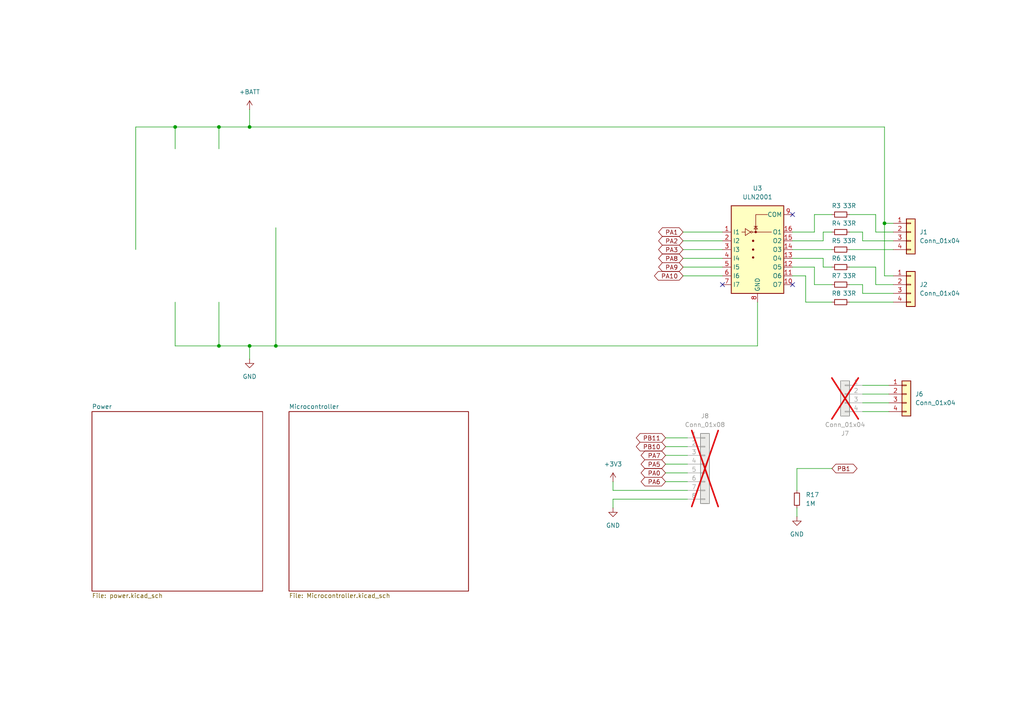
<source format=kicad_sch>
(kicad_sch (version 20231120) (generator "eeschema") (generator_version "8.0")
  (paper "A4")
  (lib_symbols
    (symbol "Connector_Generic:Conn_01x04" (pin_names (offset 1.016) hide)
      (property "Reference" "J" (at 0 5.08 0))
      (property "Value" "Conn_01x04" (at 0 -7.62 0))
      (symbol "Conn_01x04_1_1"
        (rectangle (start -1.27 -4.953) (end 0 -5.207) (stroke (width 0.1524)))
        (rectangle (start -1.27 -2.413) (end 0 -2.667) (stroke (width 0.1524)))
        (rectangle (start -1.27 0.127) (end 0 -0.127) (stroke (width 0.1524)))
        (rectangle (start -1.27 2.667) (end 0 2.413) (stroke (width 0.1524)))
        (rectangle (start -1.27 3.81) (end 1.27 -6.35) (stroke (width 0.254)) (fill (type background)))
        (pin passive line (at -5.08 2.54 0) (length 3.81) (name "Pin_1") (number "1"))
        (pin passive line (at -5.08 0 0) (length 3.81) (name "Pin_2") (number "2"))
        (pin passive line (at -5.08 -2.54 0) (length 3.81) (name "Pin_3") (number "3"))
        (pin passive line (at -5.08 -5.08 0) (length 3.81) (name "Pin_4") (number "4"))
      )
    )
    (symbol "Connector_Generic:Conn_01x08" (pin_names (offset 1.016) hide)
      (property "Reference" "J" (at 0 10.16 0))
      (property "Value" "Conn_01x08" (at 0 -12.7 0))
      (symbol "Conn_01x08_1_1"
        (rectangle (start -1.27 -10.033) (end 0 -10.287) (stroke (width 0.1524)))
        (rectangle (start -1.27 -7.493) (end 0 -7.747) (stroke (width 0.1524)))
        (rectangle (start -1.27 -4.953) (end 0 -5.207) (stroke (width 0.1524)))
        (rectangle (start -1.27 -2.413) (end 0 -2.667) (stroke (width 0.1524)))
        (rectangle (start -1.27 0.127) (end 0 -0.127) (stroke (width 0.1524)))
        (rectangle (start -1.27 2.667) (end 0 2.413) (stroke (width 0.1524)))
        (rectangle (start -1.27 5.207) (end 0 4.953) (stroke (width 0.1524)))
        (rectangle (start -1.27 7.747) (end 0 7.493) (stroke (width 0.1524)))
        (rectangle (start -1.27 8.89) (end 1.27 -11.43) (stroke (width 0.254)) (fill (type background)))
        (pin passive line (at -5.08 7.62 0) (length 3.81) (name "Pin_1") (number "1"))
        (pin passive line (at -5.08 5.08 0) (length 3.81) (name "Pin_2") (number "2"))
        (pin passive line (at -5.08 2.54 0) (length 3.81) (name "Pin_3") (number "3"))
        (pin passive line (at -5.08 0 0) (length 3.81) (name "Pin_4") (number "4"))
        (pin passive line (at -5.08 -2.54 0) (length 3.81) (name "Pin_5") (number "5"))
        (pin passive line (at -5.08 -5.08 0) (length 3.81) (name "Pin_6") (number "6"))
        (pin passive line (at -5.08 -7.62 0) (length 3.81) (name "Pin_7") (number "7"))
        (pin passive line (at -5.08 -10.16 0) (length 3.81) (name "Pin_8") (number "8"))
      )
    )
    (symbol "Device:R_Small" (pin_numbers hide) (pin_names (offset 0.254) hide)
      (property "Reference" "R" (at 0.762 0.508 0))
      (property "Value" "R_Small" (at 0.762 -1.016 0))
      (symbol "R_Small_0_1"
        (rectangle (start -0.762 1.778) (end 0.762 -1.778) (stroke (width 0.2032)))
      )
      (symbol "R_Small_1_1"
        (pin passive line (at 0 2.54 270) (length 0.762) (name "~") (number "1"))
        (pin passive line (at 0 -2.54 90) (length 0.762) (name "~") (number "2"))
      )
    )
    (symbol "Transistor_Array:ULN2002"
      (property "Reference" "U" (at 0 15.875 0))
      (property "Value" "ULN2002" (at 0 13.97 0))
      (symbol "ULN2002_0_1"
        (rectangle (start -7.62 -12.7) (end 7.62 12.7) (stroke (width 0.254)) (fill (type background)))
        (circle (center -1.778 5.08) (radius 0.254))
        (circle (center -1.27 -2.286) (radius 0.254) (fill (type outline)))
        (circle (center -1.27 0) (radius 0.254) (fill (type outline)))
        (circle (center -1.27 2.54) (radius 0.254) (fill (type outline)))
        (circle (center -0.508 5.08) (radius 0.254) (fill (type outline)))
        (polyline (pts (xy -4.572 5.08) (xy -3.556 5.08)))
        (polyline (pts (xy -1.524 5.08) (xy 4.064 5.08)))
        (polyline (pts (xy 0 6.731) (xy -1.016 6.731)))
        (polyline (pts (xy -0.508 5.08) (xy -0.508 10.16) (xy 2.921 10.16)))
        (polyline (pts (xy -3.556 6.096) (xy -3.556 4.064) (xy -2.032 5.08) (xy -3.556 6.096)))
        (polyline (pts (xy 0 5.969) (xy -1.016 5.969) (xy -0.508 6.731) (xy 0 5.969)))
      )
      (symbol "ULN2002_1_1"
        (pin input line (at -10.16 5.08 0) (length 2.54) (name "I1") (number "1"))
        (pin open_collector line (at 10.16 -10.16 180) (length 2.54) (name "O7") (number "10"))
        (pin open_collector line (at 10.16 -7.62 180) (length 2.54) (name "O6") (number "11"))
        (pin open_collector line (at 10.16 -5.08 180) (length 2.54) (name "O5") (number "12"))
        (pin open_collector line (at 10.16 -2.54 180) (length 2.54) (name "O4") (number "13"))
        (pin open_collector line (at 10.16 0 180) (length 2.54) (name "O3") (number "14"))
        (pin open_collector line (at 10.16 2.54 180) (length 2.54) (name "O2") (number "15"))
        (pin open_collector line (at 10.16 5.08 180) (length 2.54) (name "O1") (number "16"))
        (pin input line (at -10.16 2.54 0) (length 2.54) (name "I2") (number "2"))
        (pin input line (at -10.16 0 0) (length 2.54) (name "I3") (number "3"))
        (pin input line (at -10.16 -2.54 0) (length 2.54) (name "I4") (number "4"))
        (pin input line (at -10.16 -5.08 0) (length 2.54) (name "I5") (number "5"))
        (pin input line (at -10.16 -7.62 0) (length 2.54) (name "I6") (number "6"))
        (pin input line (at -10.16 -10.16 0) (length 2.54) (name "I7") (number "7"))
        (pin power_in line (at 0 -15.24 90) (length 2.54) (name "GND") (number "8"))
        (pin passive line (at 10.16 10.16 180) (length 2.54) (name "COM") (number "9"))
      )
    )
    (symbol "power:+3V3" (power) (pin_numbers hide) (pin_names (offset 0) hide)
      (property "Value" "+3V3" (at 0 3.556 0))
      (symbol "+3V3_0_1"
        (polyline (pts (xy -0.762 1.27) (xy 0 2.54)))
        (polyline (pts (xy 0 0) (xy 0 2.54)))
        (polyline (pts (xy 0 2.54) (xy 0.762 1.27)))
      )
      (symbol "+3V3_1_1"
        (pin power_in line (at 0 0 90) (length 0) (name "~") (number "1"))
      )
    )
    (symbol "power:+BATT" (power) (pin_numbers hide) (pin_names (offset 0) hide)
      (property "Value" "+BATT" (at 0 3.556 0))
      (symbol "+BATT_0_1"
        (polyline (pts (xy -0.762 1.27) (xy 0 2.54)))
        (polyline (pts (xy 0 0) (xy 0 2.54)))
        (polyline (pts (xy 0 2.54) (xy 0.762 1.27)))
      )
      (symbol "+BATT_1_1"
        (pin power_in line (at 0 0 90) (length 0) (name "~") (number "1"))
      )
    )
    (symbol "power:GND" (power) (pin_numbers hide) (pin_names (offset 0) hide)
      (property "Value" "GND" (at 0 -3.81 0))
      (symbol "GND_0_1"
        (polyline (pts (xy 0 0) (xy 0 -1.27) (xy 1.27 -1.27) (xy 0 -2.54) (xy -1.27 -1.27) (xy 0 -1.27)))
      )
      (symbol "GND_1_1"
        (pin power_in line (at 0 0 270) (length 0) (name "~") (number "1"))
      )
    )
  )
  (junction (at 63.5 36.83))
  (junction (at 80.01 100.33))
  (junction (at 63.5 100.33))
  (junction (at 50.8 36.83))
  (junction (at 72.39 36.83))
  (junction (at 72.39 100.33))
  (junction (at 256.54 64.77))
  (no_connect (at 229.87 82.55))
  (no_connect (at 229.87 62.23))
  (no_connect (at 209.55 82.55))
  (wire (pts (xy 177.8 147.32) (xy 177.8 144.78)))
  (wire (pts (xy 193.04 132.08) (xy 199.39 132.08)))
  (wire (pts (xy 254 67.31) (xy 259.08 67.31)))
  (wire (pts (xy 259.08 64.77) (xy 256.54 64.77)))
  (wire (pts (xy 229.87 72.39) (xy 241.3 72.39)))
  (wire (pts (xy 250.19 114.3) (xy 257.81 114.3)))
  (wire (pts (xy 241.3 67.31) (xy 238.76 67.31)))
  (wire (pts (xy 238.76 74.93) (xy 238.76 77.47)))
  (wire (pts (xy 246.38 62.23) (xy 254 62.23)))
  (wire (pts (xy 254 77.47) (xy 254 82.55)))
  (wire (pts (xy 256.54 64.77) (xy 256.54 36.83)))
  (wire (pts (xy 229.87 77.47) (xy 236.22 77.47)))
  (wire (pts (xy 236.22 82.55) (xy 241.3 82.55)))
  (wire (pts (xy 193.04 137.16) (xy 199.39 137.16)))
  (wire (pts (xy 177.8 142.24) (xy 177.8 139.7)))
  (wire (pts (xy 50.8 87.63) (xy 50.8 100.33)))
  (wire (pts (xy 80.01 66.04) (xy 80.01 100.33)))
  (wire (pts (xy 233.68 87.63) (xy 241.3 87.63)))
  (wire (pts (xy 72.39 36.83) (xy 72.39 31.75)))
  (wire (pts (xy 254 82.55) (xy 259.08 82.55)))
  (wire (pts (xy 246.38 72.39) (xy 259.08 72.39)))
  (wire (pts (xy 229.87 80.01) (xy 233.68 80.01)))
  (wire (pts (xy 250.19 82.55) (xy 250.19 85.09)))
  (wire (pts (xy 231.14 135.89) (xy 231.14 142.24)))
  (wire (pts (xy 193.04 134.62) (xy 199.39 134.62)))
  (wire (pts (xy 50.8 100.33) (xy 63.5 100.33)))
  (wire (pts (xy 250.19 69.85) (xy 259.08 69.85)))
  (wire (pts (xy 231.14 147.32) (xy 231.14 149.86)))
  (wire (pts (xy 39.37 36.83) (xy 50.8 36.83)))
  (wire (pts (xy 238.76 67.31) (xy 238.76 69.85)))
  (wire (pts (xy 241.3 135.89) (xy 231.14 135.89)))
  (wire (pts (xy 50.8 36.83) (xy 50.8 43.18)))
  (wire (pts (xy 256.54 80.01) (xy 256.54 64.77)))
  (wire (pts (xy 63.5 87.63) (xy 63.5 100.33)))
  (wire (pts (xy 63.5 36.83) (xy 72.39 36.83)))
  (wire (pts (xy 254 62.23) (xy 254 67.31)))
  (wire (pts (xy 246.38 67.31) (xy 250.19 67.31)))
  (wire (pts (xy 259.08 80.01) (xy 256.54 80.01)))
  (wire (pts (xy 198.12 80.01) (xy 209.55 80.01)))
  (wire (pts (xy 233.68 80.01) (xy 233.68 87.63)))
  (wire (pts (xy 250.19 85.09) (xy 259.08 85.09)))
  (wire (pts (xy 72.39 36.83) (xy 256.54 36.83)))
  (wire (pts (xy 246.38 77.47) (xy 254 77.47)))
  (wire (pts (xy 198.12 72.39) (xy 209.55 72.39)))
  (wire (pts (xy 198.12 74.93) (xy 209.55 74.93)))
  (wire (pts (xy 80.01 100.33) (xy 219.71 100.33)))
  (wire (pts (xy 250.19 111.76) (xy 257.81 111.76)))
  (wire (pts (xy 241.3 62.23) (xy 236.22 62.23)))
  (wire (pts (xy 72.39 100.33) (xy 80.01 100.33)))
  (wire (pts (xy 246.38 82.55) (xy 250.19 82.55)))
  (wire (pts (xy 39.37 72.39) (xy 39.37 36.83)))
  (wire (pts (xy 229.87 74.93) (xy 238.76 74.93)))
  (wire (pts (xy 250.19 67.31) (xy 250.19 69.85)))
  (wire (pts (xy 193.04 139.7) (xy 199.39 139.7)))
  (wire (pts (xy 236.22 77.47) (xy 236.22 82.55)))
  (wire (pts (xy 193.04 127) (xy 199.39 127)))
  (wire (pts (xy 63.5 36.83) (xy 63.5 43.18)))
  (wire (pts (xy 63.5 100.33) (xy 72.39 100.33)))
  (wire (pts (xy 238.76 77.47) (xy 241.3 77.47)))
  (wire (pts (xy 177.8 144.78) (xy 199.39 144.78)))
  (wire (pts (xy 72.39 104.14) (xy 72.39 100.33)))
  (wire (pts (xy 198.12 69.85) (xy 209.55 69.85)))
  (wire (pts (xy 219.71 87.63) (xy 219.71 100.33)))
  (wire (pts (xy 229.87 69.85) (xy 238.76 69.85)))
  (wire (pts (xy 246.38 87.63) (xy 259.08 87.63)))
  (wire (pts (xy 250.19 119.38) (xy 257.81 119.38)))
  (wire (pts (xy 193.04 129.54) (xy 199.39 129.54)))
  (wire (pts (xy 236.22 62.23) (xy 236.22 67.31)))
  (wire (pts (xy 199.39 142.24) (xy 177.8 142.24)))
  (wire (pts (xy 198.12 67.31) (xy 209.55 67.31)))
  (wire (pts (xy 198.12 77.47) (xy 209.55 77.47)))
  (wire (pts (xy 50.8 36.83) (xy 63.5 36.83)))
  (wire (pts (xy 229.87 67.31) (xy 236.22 67.31)))
  (wire (pts (xy 250.19 116.84) (xy 257.81 116.84)))
  (global_label "PA9" (shape bidirectional) (at 198.12 77.47 180) (property "Intersheetrefs" "${INTERSHEET_REFS}" (effects (hide yes))))
  (global_label "PB11" (shape bidirectional) (at 193.04 127 180) (property "Intersheetrefs" "${INTERSHEET_REFS}" (effects (hide yes))))
  (global_label "PA6" (shape bidirectional) (at 193.04 139.7 180) (property "Intersheetrefs" "${INTERSHEET_REFS}" (effects (hide yes))))
  (global_label "PA2" (shape bidirectional) (at 198.12 69.85 180) (property "Intersheetrefs" "${INTERSHEET_REFS}" (effects (hide yes))))
  (global_label "PA0" (shape bidirectional) (at 193.04 137.16 180) (property "Intersheetrefs" "${INTERSHEET_REFS}" (effects (hide yes))))
  (global_label "PA8" (shape bidirectional) (at 198.12 74.93 180) (property "Intersheetrefs" "${INTERSHEET_REFS}" (effects (hide yes))))
  (global_label "PA10" (shape bidirectional) (at 198.12 80.01 180) (property "Intersheetrefs" "${INTERSHEET_REFS}" (effects (hide yes))))
  (global_label "PA1" (shape bidirectional) (at 198.12 67.31 180) (property "Intersheetrefs" "${INTERSHEET_REFS}" (effects (hide yes))))
  (global_label "PB10" (shape bidirectional) (at 193.04 129.54 180) (property "Intersheetrefs" "${INTERSHEET_REFS}" (effects (hide yes))))
  (global_label "PA3" (shape bidirectional) (at 198.12 72.39 180) (property "Intersheetrefs" "${INTERSHEET_REFS}" (effects (hide yes))))
  (global_label "PA5" (shape bidirectional) (at 193.04 134.62 180) (property "Intersheetrefs" "${INTERSHEET_REFS}" (effects (hide yes))))
  (global_label "PB1" (shape bidirectional) (at 241.3 135.89 0) (property "Intersheetrefs" "${INTERSHEET_REFS}" (effects (hide yes))))
  (global_label "PA7" (shape bidirectional) (at 193.04 132.08 180) (property "Intersheetrefs" "${INTERSHEET_REFS}" (effects (hide yes))))
  (symbol (lib_id "Device:R_Small") (at 243.84 67.31 90) (unit 1)
    (property "Reference" "R4" (at 242.57 64.77 90))
    (property "Value" "33R" (at 246.38 64.77 90))
    (property "Footprint" "Resistor_SMD:R_0603_1608Metric" (effects (hide yes)))
    (property "Description" "Resistor, small symbol" (effects (hide yes)))
  )
  (symbol (lib_id "power:GND") (at 231.14 149.86 0) (unit 1)
    (property "Reference" "#PWR8" (effects (hide yes)))
    (property "Value" "GND" (at 231.14 154.94 0))
    (property "Description" "Power symbol creates a global label with name \"GND\" , ground" (effects (hide yes)))
  )
  (symbol (lib_id "power:+BATT") (at 72.39 31.75 0) (unit 1)
    (property "Reference" "#PWR1" (effects (hide yes)))
    (property "Value" "+BATT" (at 72.39 26.67 0))
    (property "Description" "Power symbol creates a global label with name \"+BATT\"" (effects (hide yes)))
  )
  (symbol (lib_id "power:GND") (at 177.8 147.32 0) (unit 1)
    (property "Reference" "#PWR14" (effects (hide yes)))
    (property "Value" "GND" (at 177.8 152.4 0))
    (property "Description" "Power symbol creates a global label with name \"GND\" , ground" (effects (hide yes)))
  )
  (symbol (lib_id "Connector_Generic:Conn_01x04") (at 245.11 114.3 0) (mirror y) (unit 1) (in_bom no) (dnp yes)
    (property "Reference" "J7" (at 245.11 125.73 0))
    (property "Value" "Conn_01x04" (at 245.11 123.19 0))
    (property "Footprint" "Connector_PinSocket_2.54mm:PinSocket_1x04_P2.54mm_Vertical" (effects (hide yes)))
    (property "Description" "Generic connector, single row, 01x04, script generated (kicad-library-utils/schlib/autogen/connector/)" (effects (hide yes)))
  )
  (symbol (lib_id "Transistor_Array:ULN2002") (at 219.71 72.39 0) (unit 1)
    (property "Reference" "U3" (at 219.71 54.61 0))
    (property "Value" "ULN2001" (at 219.71 57.15 0))
    (property "Footprint" "Package_SO:SOIC-16_3.9x9.9mm_P1.27mm" (effects (hide yes)))
    (property "Datasheet" "http://www.ti.com/lit/ds/symlink/uln2003a.pdf" (effects (hide yes)))
    (property "Description" "High Voltage, High Current Darlington Transistor Arrays, SOIC16/SOIC16W/DIP16/TSSOP16" (effects (hide yes)))
    (property "LCSC" "C165966" (effects (hide yes)))
  )
  (symbol (lib_id "Device:R_Small") (at 231.14 144.78 0) (unit 1)
    (property "Reference" "R17" (at 233.68 143.5099 0) (effects (justify left)))
    (property "Value" "1M" (at 233.68 146.0499 0) (effects (justify left)))
    (property "Footprint" "Resistor_SMD:R_0402_1005Metric" (effects (hide yes)))
    (property "Description" "Resistor, small symbol" (effects (hide yes)))
  )
  (symbol (lib_id "Connector_Generic:Conn_01x04") (at 264.16 82.55 0) (unit 1)
    (property "Reference" "J2" (at 266.7 82.5499 0) (effects (justify left)))
    (property "Value" "Conn_01x04" (at 266.7 85.0899 0) (effects (justify left)))
    (property "Footprint" "MagneticPogoPinConnector:MagneticPogoPinConnector_1x04_P2.54mm_Horizontal" (effects (hide yes)))
    (property "Description" "Generic connector, single row, 01x04, script generated (kicad-library-utils/schlib/autogen/connector/)" (effects (hide yes)))
  )
  (symbol (lib_id "Connector_Generic:Conn_01x08") (at 204.47 134.62 0) (unit 1) (in_bom no) (dnp yes)
    (property "Reference" "J8" (at 204.47 120.65 0))
    (property "Value" "Conn_01x08" (at 204.47 123.19 0))
    (property "Footprint" "Connector_PinSocket_2.54mm:PinSocket_1x08_P2.54mm_Vertical" (effects (hide yes)))
    (property "Description" "Generic connector, single row, 01x08, script generated (kicad-library-utils/schlib/autogen/connector/)" (effects (hide yes)))
  )
  (symbol (lib_id "power:GND") (at 72.39 104.14 0) (unit 1)
    (property "Reference" "#PWR2" (effects (hide yes)))
    (property "Value" "GND" (at 72.39 109.22 0))
    (property "Description" "Power symbol creates a global label with name \"GND\" , ground" (effects (hide yes)))
  )
  (symbol (lib_id "Device:R_Small") (at 243.84 77.47 90) (unit 1)
    (property "Reference" "R6" (at 242.57 74.93 90))
    (property "Value" "33R" (at 246.38 74.93 90))
    (property "Footprint" "Resistor_SMD:R_0603_1608Metric" (effects (hide yes)))
    (property "Description" "Resistor, small symbol" (effects (hide yes)))
  )
  (symbol (lib_id "Device:R_Small") (at 243.84 87.63 90) (unit 1)
    (property "Reference" "R8" (at 242.57 85.09 90))
    (property "Value" "33R" (at 246.38 85.09 90))
    (property "Footprint" "Resistor_SMD:R_0603_1608Metric" (effects (hide yes)))
    (property "Description" "Resistor, small symbol" (effects (hide yes)))
  )
  (symbol (lib_id "Connector_Generic:Conn_01x04") (at 262.89 114.3 0) (unit 1)
    (property "Reference" "J6" (at 265.43 114.2999 0) (effects (justify left)))
    (property "Value" "Conn_01x04" (at 265.43 116.8399 0) (effects (justify left)))
    (property "Footprint" "MagneticPogoPinConnector:MagneticPogoPinConnector_1x04_P2.54mm_Horizontal" (effects (hide yes)))
    (property "Description" "Generic connector, single row, 01x04, script generated (kicad-library-utils/schlib/autogen/connector/)" (effects (hide yes)))
  )
  (symbol (lib_id "power:+3V3") (at 177.8 139.7 0) (unit 1)
    (property "Reference" "#PWR13" (effects (hide yes)))
    (property "Value" "+3V3" (at 177.8 134.62 0))
    (property "Description" "Power symbol creates a global label with name \"+3V3\"" (effects (hide yes)))
  )
  (symbol (lib_id "Device:R_Small") (at 243.84 62.23 90) (unit 1)
    (property "Reference" "R3" (at 242.57 59.69 90))
    (property "Value" "33R" (at 246.38 59.69 90))
    (property "Footprint" "Resistor_SMD:R_0603_1608Metric" (effects (hide yes)))
    (property "Description" "Resistor, small symbol" (effects (hide yes)))
  )
  (symbol (lib_id "Device:R_Small") (at 243.84 82.55 90) (unit 1)
    (property "Reference" "R7" (at 242.57 80.01 90))
    (property "Value" "33R" (at 246.38 80.01 90))
    (property "Footprint" "Resistor_SMD:R_0603_1608Metric" (effects (hide yes)))
    (property "Description" "Resistor, small symbol" (effects (hide yes)))
  )
  (symbol (lib_id "Device:R_Small") (at 243.84 72.39 90) (unit 1)
    (property "Reference" "R5" (at 242.57 69.85 90))
    (property "Value" "33R" (at 246.38 69.85 90))
    (property "Footprint" "Resistor_SMD:R_0603_1608Metric" (effects (hide yes)))
    (property "Description" "Resistor, small symbol" (effects (hide yes)))
  )
  (symbol (lib_id "Connector_Generic:Conn_01x04") (at 264.16 67.31 0) (unit 1)
    (property "Reference" "J1" (at 266.7 67.3099 0) (effects (justify left)))
    (property "Value" "Conn_01x04" (at 266.7 69.8499 0) (effects (justify left)))
    (property "Footprint" "MagneticPogoPinConnector:MagneticPogoPinConnector_1x04_P2.54mm_Horizontal" (effects (hide yes)))
    (property "Description" "Generic connector, single row, 01x04, script generated (kicad-library-utils/schlib/autogen/connector/)" (effects (hide yes)))
  )
  (sheet (at 26.67 119.38) (size 49.53 52.07) (stroke (width 0.1524))
    (property "Sheetname" "Power" (at 26.67 118.6684 0) (effects (justify left bottom)))
    (property "Sheetfile" "power.kicad_sch" (at 26.67 172.0346 0) (effects (justify left top)))
  )
  (sheet (at 83.82 119.38) (size 52.07 52.07) (stroke (width 0.1524))
    (property "Sheetname" "Microcontroller" (at 83.82 118.6684 0) (effects (justify left bottom)))
    (property "Sheetfile" "Microcontroller.kicad_sch" (at 83.82 172.0346 0) (effects (justify left top)))
  )
)
</source>
